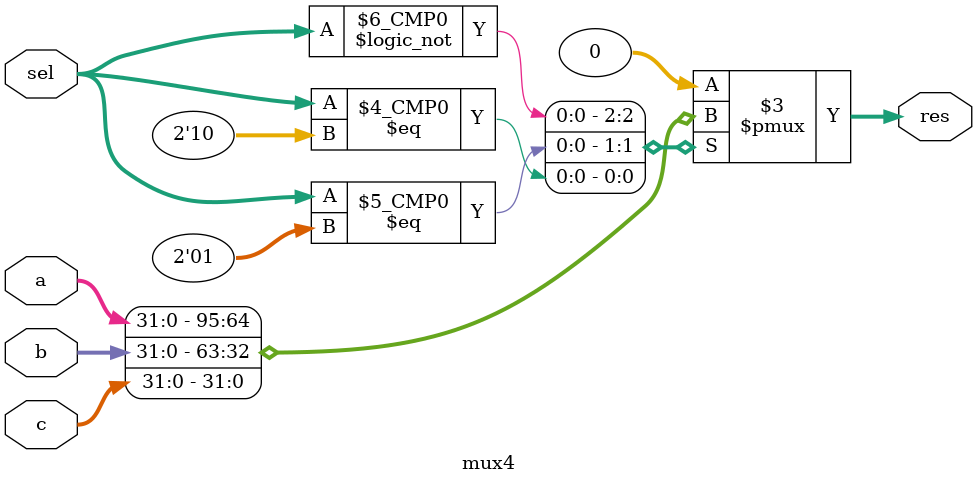
<source format=v>
`timescale 1ns / 1ps

module mux4(
input [31:0]a, 
input [31:0]b, 
input [31:0]c, 
input[1:0] sel,
output reg[31:0]res

    );
  
always@(*)
begin
    case (sel)
        2'b00 :res=a;
        2'b01 :res=b;
        2'b10 :res=c;
        default : res=0;
    endcase 
end 
endmodule

</source>
